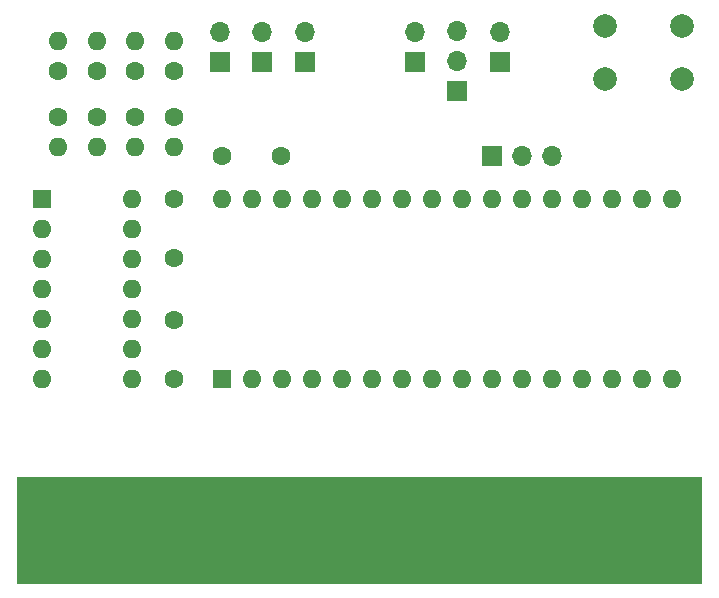
<source format=gbs>
%TF.GenerationSoftware,KiCad,Pcbnew,(6.0.1)*%
%TF.CreationDate,2022-03-03T11:38:52-05:00*%
%TF.ProjectId,Epyx-FastLoad,45707978-2d46-4617-9374-4c6f61642e6b,1*%
%TF.SameCoordinates,Original*%
%TF.FileFunction,Soldermask,Bot*%
%TF.FilePolarity,Negative*%
%FSLAX46Y46*%
G04 Gerber Fmt 4.6, Leading zero omitted, Abs format (unit mm)*
G04 Created by KiCad (PCBNEW (6.0.1)) date 2022-03-03 11:38:52*
%MOMM*%
%LPD*%
G01*
G04 APERTURE LIST*
%ADD10C,1.600000*%
%ADD11O,1.600000X1.600000*%
%ADD12R,1.700000X1.700000*%
%ADD13O,1.700000X1.700000*%
%ADD14R,1.600000X1.600000*%
%ADD15C,2.000000*%
G04 APERTURE END LIST*
G36*
X168000000Y-107950550D02*
G01*
X110000000Y-107950550D01*
X110000000Y-98950550D01*
X168000000Y-98950550D01*
X168000000Y-107950550D01*
G37*
D10*
X123250000Y-90615000D03*
X123250000Y-85615000D03*
X123250000Y-64510000D03*
D11*
X123250000Y-61970000D03*
D10*
X120000000Y-64510000D03*
D11*
X120000000Y-61970000D03*
D12*
X143662500Y-63760000D03*
D13*
X143662500Y-61220000D03*
D10*
X123250000Y-80375000D03*
X123250000Y-75375000D03*
X113500000Y-64510000D03*
D11*
X113500000Y-61970000D03*
D12*
X147262500Y-66260000D03*
D13*
X147262500Y-63720000D03*
X147262500Y-61180000D03*
D10*
X120000000Y-68417500D03*
D11*
X120000000Y-70957500D03*
D10*
X113500000Y-68417500D03*
D11*
X113500000Y-70957500D03*
D14*
X127325000Y-90625000D03*
D11*
X129865000Y-90625000D03*
X132405000Y-90625000D03*
X134945000Y-90625000D03*
X137485000Y-90625000D03*
X140025000Y-90625000D03*
X142565000Y-90625000D03*
X145105000Y-90625000D03*
X147645000Y-90625000D03*
X150185000Y-90625000D03*
X152725000Y-90625000D03*
X155265000Y-90625000D03*
X157805000Y-90625000D03*
X160345000Y-90625000D03*
X162885000Y-90625000D03*
X165425000Y-90625000D03*
X165425000Y-75385000D03*
X162885000Y-75385000D03*
X160345000Y-75385000D03*
X157805000Y-75385000D03*
X155265000Y-75385000D03*
X152725000Y-75385000D03*
X150185000Y-75385000D03*
X147645000Y-75385000D03*
X145105000Y-75385000D03*
X142565000Y-75385000D03*
X140025000Y-75385000D03*
X137485000Y-75385000D03*
X134945000Y-75385000D03*
X132405000Y-75385000D03*
X129865000Y-75385000D03*
X127325000Y-75385000D03*
D10*
X132325000Y-71707500D03*
X127325000Y-71707500D03*
X116750000Y-68417500D03*
D11*
X116750000Y-70957500D03*
D10*
X116750000Y-64510000D03*
D11*
X116750000Y-61970000D03*
D14*
X112075000Y-75375000D03*
D11*
X112075000Y-77915000D03*
X112075000Y-80455000D03*
X112075000Y-82995000D03*
X112075000Y-85535000D03*
X112075000Y-88075000D03*
X112075000Y-90615000D03*
X119695000Y-90615000D03*
X119695000Y-88075000D03*
X119695000Y-85535000D03*
X119695000Y-82995000D03*
X119695000Y-80455000D03*
X119695000Y-77915000D03*
X119695000Y-75375000D03*
D15*
X166250000Y-65250000D03*
X159750000Y-65250000D03*
X166250000Y-60750000D03*
X159750000Y-60750000D03*
D12*
X127137500Y-63760000D03*
D13*
X127137500Y-61220000D03*
D12*
X150185000Y-71707500D03*
D13*
X152725000Y-71707500D03*
X155265000Y-71707500D03*
D12*
X150862500Y-63760000D03*
D13*
X150862500Y-61220000D03*
D10*
X123250000Y-68417500D03*
D11*
X123250000Y-70957500D03*
D12*
X130737500Y-63760000D03*
D13*
X130737500Y-61220000D03*
D12*
X134337500Y-63760000D03*
D13*
X134337500Y-61220000D03*
M02*

</source>
